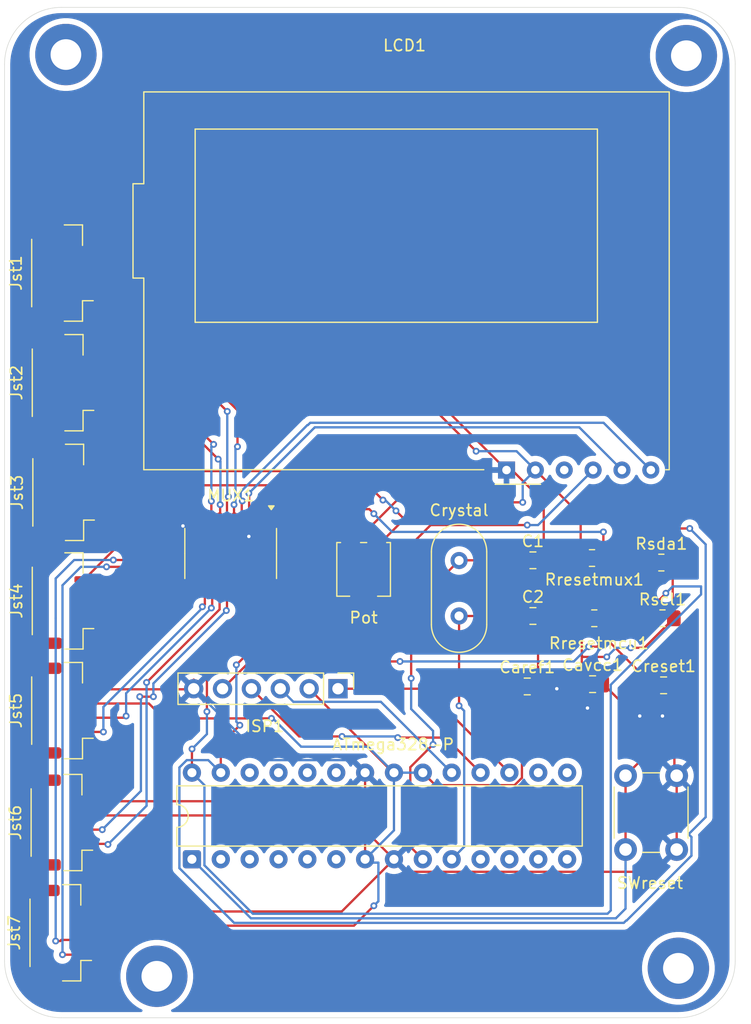
<source format=kicad_pcb>
(kicad_pcb (version 20241229) (generator "pcbnew") (generator_version "9.0")
  (layers (0 "F.Cu" signal) (2 "B.Cu" signal) (13 "F.Paste" user) (15 "B.Paste" user) (5 "F.SilkS" user "F.Silkscreen") (7 "B.SilkS" user "B.Silkscreen") (1 "F.Mask" user) (3 "B.Mask" user) (25 "Edge.Cuts" user))
  (net 0 "")
  (net 1 "Net-(U1-XTAL1{slash}PB6)")
  (net 2 "GND")
  (net 3 "Net-(U1-XTAL2{slash}PB7)")
  (net 4 "+5V")
  (net 5 "/RST")
  (net 6 "/MOSI")
  (net 7 "/MISO")
  (net 8 "/SCK")
  (net 9 "/SC0")
  (net 10 "/SD0")
  (net 11 "/SD1")
  (net 12 "/SC1")
  (net 13 "/SC2")
  (net 14 "/SD2")
  (net 15 "/SC3")
  (net 16 "/SD3")
  (net 17 "/SD4")
  (net 18 "/SC4")
  (net 19 "/SC5")
  (net 20 "/SD5")
  (net 21 "/SD6")
  (net 22 "/SC6")
  (net 23 "/SC7")
  (net 24 "/SD7")
  (net 25 "/SDA")
  (net 26 "/SCL")
  (net 27 "Net-(MUX1-~{RESET})")
  (net 44 "Net-(LCD1-V0)")
  (footprint "Capacitor_SMD:C_0805_2012Metric" (layer "F.Cu") (at 130.4 100.2)
    (property "Reference" "Creset1")
    (property "Value" "0.1u")
  )
  (footprint "Button_Switch_THT:SW_PUSH_6mm" (layer "F.Cu") (at 127.05 114.65 90)
    (property "Reference" "SWreset")
    (property "Value" "SW_Push" (hide yes))
  )
  (footprint "Capacitor_SMD:C_0805_2012Metric" (layer "F.Cu") (at 118.9 89.2)
    (property "Reference" "C1")
    (property "Value" "22p")
  )
  (footprint "Resistor_SMD:R_0805_2012Metric_Pad1.20x1.40mm_HandSolder" (layer "F.Cu") (at 124.1 89)
    (property "Reference" "Rresetmux1")
    (property "Value" "10k")
  )
  (footprint "MountingHole:MountingHole_2.7mm_Pad" (layer "F.Cu") (at 131.7 125.1)
    (property "Reference" "H3" (hide yes))
    (property "Value" "MountingHole" (hide yes))
  )
  (footprint "MountingHole:MountingHole_2.7mm_Pad" (layer "F.Cu") (at 132.4 44.8)
    (property "Reference" "H4" (hide yes))
    (property "Value" "MountingHole" (hide yes))
  )
  (footprint "Connector_PinHeader_2.54mm:PinHeader_1x06_P2.54mm_Vertical" (layer "F.Cu") (at 101.745 100.5 -90)
    (property "Reference" "ISP1")
    (property "Value" "AVR-ISP-6" (hide yes))
  )
  (footprint "Resistor_SMD:R_0805_2012Metric_Pad1.20x1.40mm_HandSolder" (layer "F.Cu") (at 130.3 94.3)
    (property "Reference" "Rscl1")
    (property "Value" "4.7k")
  )
  (footprint "Potentiometer_SMD:Potentiometer_Bourns_3314J_Vertical" (layer "F.Cu") (at 104 90)
    (property "Reference" "RV1" (hide yes))
    (property "Value" "Pot")
  )
  (footprint "MountingHole:MountingHole_2.7mm_Pad" (layer "F.Cu") (at 85.8 125.8)
    (property "Reference" "H1" (hide yes))
    (property "Value" "MountingHole" (hide yes))
  )
  (footprint "Connector_JST:JST_GH_BM04B-GHS-TBT_1x04-1MP_P1.25mm_Vertical" (layer "F.Cu") (at 77.4 102.425 90)
    (property "Reference" "Jst5")
    (property "Value" "SM04B-SRSS-TB" (hide yes))
  )
  (footprint "Capacitor_SMD:C_0805_2012Metric" (layer "F.Cu") (at 124.15 100.1)
    (property "Reference" "Cavcc1")
    (property "Value" "0.1u")
  )
  (footprint "Connector_JST:JST_GH_BM04B-GHS-TBT_1x04-1MP_P1.25mm_Vertical" (layer "F.Cu") (at 77.4 63.925 90)
    (property "Reference" "Jst1")
    (property "Value" "SM04B-SRSS-TB" (hide yes))
  )
  (footprint "MountingHole:MountingHole_2.7mm_Pad" (layer "F.Cu") (at 77.8 44.7)
    (property "Reference" "H2" (hide yes))
    (property "Value" "MountingHole" (hide yes))
  )
  (footprint "Crystal:Crystal_HC49-4H_Vertical" (layer "F.Cu") (at 112.4 89.22 -90)
    (property "Reference" "Crystal")
    (property "Value" "Y1" (hide yes))
  )
  (footprint "Resistor_SMD:R_0805_2012Metric_Pad1.20x1.40mm_HandSolder" (layer "F.Cu") (at 130.2 89.4)
    (property "Reference" "Rsda1")
    (property "Value" "4.7k")
  )
  (footprint "Connector_JST:JST_GH_BM04B-GHS-TBT_1x04-1MP_P1.25mm_Vertical" (layer "F.Cu") (at 77.45 73.575 90)
    (property "Reference" "Jst2")
    (property "Value" "SM04B-SRSS-TB" (hide yes))
  )
  (footprint "Package_DIP:DIP-28_W7.62mm" (layer "F.Cu") (at 88.89 115.505 90)
    (property "Reference" "U1" (hide yes))
    (property "Value" "ATmega328-P")
  )
  (footprint "Display:EA_T123X-I2C" (layer "F.Cu") (at 116.575 81.2575 90)
    (property "Reference" "LCD1")
    (property "Value" "EA_T123X-I2C" (hide yes))
  )
  (footprint "Resistor_SMD:R_0805_2012Metric_Pad1.20x1.40mm_HandSolder" (layer "F.Cu") (at 124.3 94.3)
    (property "Reference" "Rresetmcu1")
    (property "Value" "10k")
  )
  (footprint "Package_SO:TSSOP-24_4.4x7.8mm_P0.65mm" (layer "F.Cu") (at 92.3 88.6 -90)
    (property "Reference" "MUX1")
    (property "Value" "TCA9548APWR" (hide yes))
  )
  (footprint "Connector_JST:JST_GH_BM04B-GHS-TBT_1x04-1MP_P1.25mm_Vertical" (layer "F.Cu") (at 77.45 92.775 90)
    (property "Reference" "Jst4")
    (property "Value" "SM04B-SRSS-TB" (hide yes))
  )
  (footprint "Connector_JST:JST_GH_BM04B-GHS-TBT_1x04-1MP_P1.25mm_Vertical" (layer "F.Cu") (at 77.25 121.975 90)
    (property "Reference" "Jst7")
    (property "Value" "SM04B-SRSS-TB" (hide yes))
  )
  (footprint "Capacitor_SMD:C_0805_2012Metric" (layer "F.Cu") (at 118.9 94.1)
    (property "Reference" "C2")
    (property "Value" "22p")
  )
  (footprint "Capacitor_SMD:C_0805_2012Metric" (layer "F.Cu") (at 118.4 100.3)
    (property "Reference" "Caref1")
    (property "Value" "10n")
  )
  (footprint "Connector_JST:JST_GH_BM04B-GHS-TBT_1x04-1MP_P1.25mm_Vertical" (layer "F.Cu") (at 77.5 83.225 90)
    (property "Reference" "Jst3")
    (property "Value" "SM04B-SRSS-TB" (hide yes))
  )
  (footprint "Connector_JST:JST_GH_BM04B-GHS-TBT_1x04-1MP_P1.25mm_Vertical" (layer "F.Cu") (at 77.35 112.275 90)
    (property "Reference" "Jst6")
    (property "Value" "SM04B-SRSS-TB" (hide yes))
  )
  (gr_line (start 77.4 40.55) (end 131.7 40.55) (stroke (width 0.05)) (layer "Edge.Cuts"))
  (gr_line (start 136.7 45.55) (end 136.7 124.45) (stroke (width 0.05)) (layer "Edge.Cuts"))
  (gr_arc (start 72.4 45.55) (mid 73.864466 42.014466) (end 77.4 40.55) (stroke (width 0.05)) (layer "Edge.Cuts"))
  (gr_arc (start 136.7 124.45) (mid 135.235534 127.985534) (end 131.7 129.45) (stroke (width 0.05)) (layer "Edge.Cuts"))
  (gr_line (start 72.4 124.45) (end 72.4 45.55) (stroke (width 0.05)) (layer "Edge.Cuts"))
  (gr_arc (start 77.4 129.45) (mid 73.864466 127.985534) (end 72.4 124.45) (stroke (width 0.05)) (layer "Edge.Cuts"))
  (gr_arc (start 131.7 40.55) (mid 135.235534 42.014466) (end 136.7 45.55) (stroke (width 0.05)) (layer "Edge.Cuts"))
  (gr_line (start 131.7 129.45) (end 77.4 129.45) (stroke (width 0.05)) (layer "Edge.Cuts"))
  (segment (start 108.109 107.404528) (end 108.109 114.404) (width 0.2) (layer "F.Cu") (net 1))
  (segment (start 108.184487 93.435513) (end 108.184487 99.584487) (width 0.2) (layer "F.Cu") (net 1))
  (segment (start 108.109 114.404) (end 109.21 115.505) (width 0.2) (layer "F.Cu") (net 1))
  (segment (start 110.113528 105.4) (end 108.109 107.404528) (width 0.2) (layer "F.Cu") (net 1))
  (segment (start 112.42 89.2) (end 112.4 89.22) (width 0.2) (layer "F.Cu") (net 1))
  (segment (start 117.95 89.2) (end 112.42 89.2) (width 0.2) (layer "F.Cu") (net 1))
  (segment (start 112.4 89.22) (end 108.184487 93.435513) (width 0.2) (layer "F.Cu") (net 1))
  (via (at 108.184487 99.584487) (size 0.6) (drill 0.3) (layers "F.Cu" "B.Cu") (net 1))
  (via (at 110.113528 105.4) (size 0.6) (drill 0.3) (layers "F.Cu" "B.Cu") (net 1))
  (segment (start 110.113528 104.213528) (end 110.113528 105.4) (width 0.2) (layer "B.Cu") (net 1))
  (segment (start 109.7 103.8) (end 110.113528 104.213528) (width 0.2) (layer "B.Cu") (net 1))
  (segment (start 108.184487 99.584487) (end 108.184487 102.284487) (width 0.2) (layer "B.Cu") (net 1))
  (segment (start 108.184487 102.284487) (end 109.7 103.8) (width 0.2) (layer "B.Cu") (net 1))
  (segment (start 120.8 100.3) (end 121 100.5) (width 0.2) (layer "F.Cu") (net 2))
  (segment (start 131.55 107.45) (end 131.35 107.25) (width 0.2) (layer "F.Cu") (net 2))
  (segment (start 95.05 87.1) (end 95.225 86.925) (width 0.2) (layer "F.Cu") (net 2))
  (segment (start 129.594 116.606) (end 107.771 116.606) (width 0.2) (layer "F.Cu") (net 2))
  (segment (start 78.550001 71.7) (end 78.249 72.001001) (width 0.2) (layer "F.Cu") (net 2))
  (segment (start 96.515065 88.215065) (end 96.73013 88) (width 0.2) (layer "F.Cu") (net 2))
  (segment (start 105.65 81.35) (end 107.575 83.275) (width 0.2) (layer "F.Cu") (net 2))
  (segment (start 107.575 83.275) (end 109.5925 81.2575) (width 0.2) (layer "F.Cu") (net 2))
  (segment (start 102.075 120.1) (end 106.67 115.505) (width 0.2) (layer "F.Cu") (net 2))
  (segment (start 79.35 100.55) (end 88.995 100.55) (width 0.2) (layer "F.Cu") (net 2))
  (segment (start 119.35 100.3) (end 119.35 94.6) (width 0.2) (layer "F.Cu") (net 2))
  (segment (start 95.8 87.5) (end 95.225 86.925) (width 0.2) (layer "F.Cu") (net 2))
  (segment (start 123.7 102.2) (end 123.7 101.5) (width 0.2) (layer "F.Cu") (net 2))
  (segment (start 119.85 89.2) (end 119.85 94.1) (width 0.2) (layer "F.Cu") (net 2))
  (segment (start 78.249 72.001001) (end 78.249 80.149) (width 0.2) (layer "F.Cu") (net 2))
  (segment (start 79.2 120.1) (end 102.075 120.1) (width 0.2) (layer "F.Cu") (net 2))
  (segment (start 93.925 90.80513) (end 96.515065 88.215065) (width 0.2) (layer "F.Cu") (net 2))
  (segment (start 93.925 91.4625) (end 93.925 90.80513) (width 0.2) (layer "F.Cu") (net 2))
  (segment (start 79.4 90.9) (end 82.8 87.5) (width 0.2) (layer "F.Cu") (net 2))
  (segment (start 119.35 94.6) (end 119.85 94.1) (width 0.2) (layer "F.Cu") (net 2))
  (segment (start 79.35 62.05) (end 97.3675 62.05) (width 0.2) (layer "F.Cu") (net 2))
  (segment (start 95.875 87.14487) (end 95.875 85.7375) (width 0.2) (layer "F.Cu") (net 2))
  (segment (start 131.55 114.65) (end 129.594 116.606) (width 0.2) (layer "F.Cu") (net 2))
  (segment (start 88.995 100.55) (end 89.045 100.5) (width 0.2) (layer "F.Cu") (net 2))
  (segment (start 88.725 85.7375) (end 88.5385 85.7375) (width 0.2) (layer "F.Cu") (net 2))
  (segment (start 131.55 108.15) (end 131.55 107.45) (width 0.2) (layer "F.Cu") (net 2))
  (segment (start 93.9 87.1) (end 95.05 87.1) (width 0.2) (layer "F.Cu") (net 2))
  (segment (start 89.045 99.695001) (end 89.045 100.5) (width 0.2) (layer "F.Cu") (net 2))
  (segment (start 116.575 81.2575) (end 117.0575 81.2575) (width 0.2) (layer "F.Cu") (net 2))
  (segment (start 104.13 110.4) (end 104.13 112.965) (width 0.2) (layer "F.Cu") (net 2))
  (segment (start 102.85 88) (end 107.575 83.275) (width 0.2) (layer "F.Cu") (net 2))
  (segment (start 79.4 71.7) (end 78.550001 71.7) (width 0.2) (layer "F.Cu") (net 2))
  (segment (start 107.771 116.606) (end 106.67 115.505) (width 0.2) (layer "F.Cu") (net 2))
  (segment (start 131.35 102.1) (end 131.35 100.2) (width 0.2) (layer "F.Cu") (net 2))
  (segment (start 131.55 108.15) (end 131.55 114.65) (width 0.2) (layer "F.Cu") (net 2))
  (segment (start 96.73013 88) (end 95.875 87.14487) (width 0.2) (layer "F.Cu") (net 2))
  (segment (start 78.249 80.149) (end 79.45 81.35) (width 0.2) (layer "F.Cu") (net 2))
  (segment (start 119.35 100.3) (end 120.8 100.3) (width 0.2) (layer "F.Cu") (net 2))
  (segment (start 131.1 102.1) (end 131.35 102.1) (width 0.2) (layer "F.Cu") (net 2))
  (segment (start 109.5925 81.2575) (end 116.575 81.2575) (width 0.2) (layer "F.Cu") (net 2))
  (segment (start 125.1 100.1) (end 127.9 102.9) (width 0.2) (layer "F.Cu") (net 2))
  (segment (start 88.5385 85.7375) (end 88.1 86.176) (width 0.2) (layer "F.Cu") (net 2))
  (segment (start 104.13 107.885) (end 104.13 110.4) (width 0.2) (layer "F.Cu") (net 2))
  (segment (start 97.3675 62.05) (end 116.575 81.2575) (width 0.2) (layer "F.Cu") (net 2))
  (segment (start 119.85 84.05) (end 119.85 89.2) (width 0.2) (layer "F.Cu") (net 2))
  (segment (start 79.45 81.35) (end 105.65 81.35) (width 0.2) (layer "F.Cu") (net 2))
  (segment (start 130.3 102.9) (end 131.1 102.1) (width 0.2) (layer "F.Cu") (net 2))
  (segment (start 95.225 86.925) (end 95.225 85.7375) (width 0.2) (layer "F.Cu") (net 2))
  (segment (start 123.7 101.5) (end 125.1 100.1) (width 0.2) (layer "F.Cu") (net 2))
  (segment (start 131.35 107.25) (end 131.35 102.1) (width 0.2) (layer "F.Cu") (net 2))
  (segment (start 104.13 112.965) (end 106.67 115.505) (width 0.2) (layer "F.Cu") (net 2))
  (segment (start 127.9 102.9) (end 128.3 102.9) (width 0.2) (layer "F.Cu") (net 2))
  (segment (start 79.3 110.4) (end 104.13 110.4) (width 0.2) (layer "F.Cu") (net 2))
  (segment (start 96.73013 88) (end 102.85 88) (width 0.2) (layer "F.Cu") (net 2))
  (segment (start 82.8 87.5) (end 95.8 87.5) (width 0.2) (layer "F.Cu") (net 2))
  (segment (start 96.515065 88.215065) (end 95.8 87.5) (width 0.2) (layer "F.Cu") (net 2))
  (segment (start 117.0575 81.2575) (end 119.85 84.05) (width 0.2) (layer "F.Cu") (net 2))
  (via (at 121 100.5) (size 0.6) (drill 0.3) (layers "F.Cu" "B.Cu") (net 2))
  (via (at 123.7 102.2) (size 0.6) (drill 0.3) (layers "F.Cu" "B.Cu") (net 2))
  (via (at 128.3 102.9) (size 0.6) (drill 0.3) (layers "F.Cu" "B.Cu") (net 2))
  (via (at 88.1 86.176) (size 0.6) (drill 0.3) (layers "F.Cu" "B.Cu") (net 2))
  (via (at 93.9 87.1) (size 0.6) (drill 0.3) (layers "F.Cu" "B.Cu") (net 2))
  (via (at 130.3 102.9) (size 0.6) (drill 0.3) (layers "F.Cu" "B.Cu") (net 2))
  (segment (start 128.3 102.9) (end 130.3 102.9) (width 0.2) (layer "B.Cu") (net 2))
  (segment (start 103.029 106.784) (end 95.329 106.784) (width 0.2) (layer "B.Cu") (net 2))
  (segment (start 88.1 86.176) (end 89.024 87.1) (width 0.2) (layer "B.Cu") (net 2))
  (segment (start 121 100.5) (end 122.7 102.2) (width 0.2) (layer "B.Cu") (net 2))
  (segment (start 122.7 102.2) (end 123.7 102.2) (width 0.2) (layer "B.Cu") (net 2))
  (segment (start 95.329 106.784) (end 89.045 100.5) (width 0.2) (layer "B.Cu") (net 2))
  (segment (start 104.13 107.885) (end 103.029 106.784) (width 0.2) (layer "B.Cu") (net 2))
  (segment (start 89.024 87.1) (end 93.9 87.1) (width 0.2) (layer "B.Cu") (net 2))
  (segment (start 112.4 94.1) (end 112.4 102) (width 0.2) (layer "F.Cu") (net 3))
  (segment (start 117.95 94.1) (end 112.4 94.1) (width 0.2) (layer "F.Cu") (net 3))
  (via (at 112.4 102) (size 0.6) (drill 0.3) (layers "F.Cu" "B.Cu") (net 3))
  (segment (start 112.851 114.404) (end 111.75 115.505) (width 0.2) (layer "B.Cu") (net 3))
  (segment (start 112.851 102.451) (end 112.851 114.404) (width 0.2) (layer "B.Cu") (net 3))
  (segment (start 112.4 102) (end 112.851 102.451) (width 0.2) (layer "B.Cu") (net 3))
  (segment (start 78.199 101.498999) (end 78.500001 101.8) (width 0.2) (layer "F.Cu") (net 4))
  (segment (start 119.115 81.2575) (end 123.1 85.2425) (width 0.2) (layer "F.Cu") (net 4))
  (segment (start 131.3 94.3) (end 128.7 96.9) (width 0.2) (layer "F.Cu") (net 4))
  (segment (start 117.931 108.34105) (end 117.28605 108.986) (width 0.2) (layer "F.Cu") (net 4))
  (segment (start 110.311 108.986) (end 109.21 107.885) (width 0.2) (layer "F.Cu") (net 4))
  (segment (start 125.4 97.7) (end 123.3 97.7) (width 0.2) (layer "F.Cu") (net 4))
  (segment (start 117.28605 108.986) (end 110.311 108.986) (width 0.2) (layer "F.Cu") (net 4))
  (segment (start 86.411765 103.111765) (end 95.888235 103.111765) (width 0.2) (layer "F.Cu") (net 4))
  (segment (start 123.1 94) (end 123.1 89) (width 0.2) (layer "F.Cu") (net 4))
  (segment (start 121.974 101.326) (end 118.476 101.326) (width 0.2) (layer "F.Cu") (net 4))
  (segment (start 117.931 100.781) (end 117.931 108.34105) (width 0.2) (layer "F.Cu") (net 4))
  (segment (start 85.1 101.8) (end 85.8 102.5) (width 0.2) (layer "F.Cu") (net 4))
  (segment (start 77.798 65.739968) (end 77.798 64.002001) (width 0.2) (layer "F.Cu") (net 4))
  (segment (start 123.2 100.1) (end 121.974 101.326) (width 0.2) (layer "F.Cu") (net 4))
  (segment (start 80.551 68.492968) (end 77.798 65.739968) (width 0.2) (layer "F.Cu") (net 4))
  (segment (start 101.6875 91.4625) (end 105.15 88) (width 0.2) (layer "F.Cu") (net 4))
  (segment (start 80.551 72.040968) (end 80.551 68.492968) (width 0.2) (layer "F.Cu") (net 4))
  (segment (start 79.35 101.8) (end 85.1 101.8) (width 0.2) (layer "F.Cu") (net 4))
  (segment (start 95.875 91.4625) (end 101.6875 91.4625) (width 0.2) (layer "F.Cu") (net 4))
  (segment (start 106.849265 84.849265) (end 107.425 85.425) (width 0.2) (layer "F.Cu") (net 4))
  (segment (start 79.4 72.95) (end 79.641968 72.95) (width 0.2) (layer "F.Cu") (net 4))
  (segment (start 99.205 100.5) (end 106.59 107.885) (width 0.2) (layer "F.Cu") (net 4))
  (segment (start 107.425 85.425) (end 107.425 85.725) (width 0.2) (layer "F.Cu") (net 4))
  (segment (start 79.2 121.35) (end 103.15 121.35) (width 0.2) (layer "F.Cu") (net 4))
  (segment (start 79.641968 72.95) (end 80.551 72.040968) (width 0.2) (layer "F.Cu") (net 4))
  (segment (start 78.500001 63.3) (end 79.35 63.3) (width 0.2) (layer "F.Cu") (net 4))
  (segment (start 123.1 85.2425) (end 123.1 89) (width 0.2) (layer "F.Cu") (net 4))
  (segment (start 109.05 84.1) (end 118 84.1) (width 0.2) (layer "F.Cu") (net 4))
  (segment (start 78.500001 101.8) (end 79.35 101.8) (width 0.2) (layer "F.Cu") (net 4))
  (segment (start 77.798 64.002001) (end 78.500001 63.3) (width 0.2) (layer "F.Cu") (net 4))
  (segment (start 105.15 88) (end 107.425 85.725) (width 0.2) (layer "F.Cu") (net 4))
  (segment (start 104.4 82.6) (end 105.7 83.9) (width 0.2) (layer "F.Cu") (net 4))
  (segment (start 79.4 92.15) (end 78.550001 92.15) (width 0.2) (layer "F.Cu") (net 4))
  (segment (start 123.2 94.4) (end 123.3 94.3) (width 0.2) (layer "F.Cu") (net 4))
  (segment (start 78.199 92.501001) (end 78.199 101.498999) (width 0.2) (layer "F.Cu") (net 4))
  (segment (start 131.2 94.2) (end 131.3 94.3) (width 0.2) (layer "F.Cu") (net 4))
  (segment (start 97.6 63.3) (end 113.9 79.6) (width 0.2) (layer "F.Cu") (net 4))
  (segment (start 123.3 94.2) (end 123.1 94) (width 0.2) (layer "F.Cu") (net 4))
  (segment (start 101.75 111.65) (end 104.13 114.03) (width 0.2) (layer "F.Cu") (net 4))
  (segment (start 78.550001 92.15) (end 78.199 92.501001) (width 0.2) (layer "F.Cu") (net 4))
  (segment (start 79.35 63.3) (end 97.6 63.3) (width 0.2) (layer "F.Cu") (net 4))
  (segment (start 123.2 97.6) (end 123.2 94.4) (width 0.2) (layer "F.Cu") (net 4))
  (segment (start 85.8 102.5) (end 86.411765 103.111765) (width 0.2) (layer "F.Cu") (net 4))
  (segment (start 104.13 114.03) (end 104.13 115.505) (width 0.2) (layer "F.Cu") (net 4))
  (segment (start 107.425 85.725) (end 109.05 84.1) (width 0.2) (layer "F.Cu") (net 4))
  (segment (start 118.476 101.326) (end 117.45 100.3) (width 0.2) (layer "F.Cu") (net 4))
  (segment (start 123.3 94.3) (end 123.3 94.2) (width 0.2) (layer "F.Cu") (net 4))
  (segment (start 123.3 97.7) (end 123.2 97.6) (width 0.2) (layer "F.Cu") (net 4))
  (segment (start 103.15 121.35) (end 104.9 119.6) (width 0.2) (layer "F.Cu") (net 4))
  (segment (start 79.3 111.65) (end 101.75 111.65) (width 0.2) (layer "F.Cu") (net 4))
  (segment (start 131.2 89.4) (end 131.2 94.2) (width 0.2) (layer "F.Cu") (net 4))
  (segment (start 128.7 96.9) (end 127.5 96.9) (width 0.2) (layer "F.Cu") (net 4))
  (segment (start 106.59 107.885) (end 106.67 107.885) (width 0.2) (layer "F.Cu") (net 4))
  (segment (start 79.45 82.6) (end 104.4 82.6) (width 0.2) (layer "F.Cu") (net 4))
  (segment (start 123.2 100.1) (end 123.2 97.6) (width 0.2) (layer "F.Cu") (net 4))
  (segment (start 117.45 100.3) (end 117.931 100.781) (width 0.2) (layer "F.Cu") (net 4))
  (via (at 118 84.1) (size 0.6) (drill 0.3) (layers "F.Cu" "B.Cu") (net 4))
  (via (at 127.5 96.9) (size 0.6) (drill 0.3) (layers "F.Cu" "B.Cu") (net 4))
  (via (at 106.849265 84.849265) (size 0.6) (drill 0.3) (layers "F.Cu" "B.Cu") (net 4))
  (via (at 113.9 79.6) (size 0.6) (drill 0.3) (layers "F.Cu" "B.Cu") (net 4))
  (via (at 125.4 97.7) (size 0.6) (drill 0.3) (layers "F.Cu" "B.Cu") (net 4))
  (via (at 105.7 83.9) (size 0.6) (drill 0.3) (layers "F.Cu" "B.Cu") (net 4))
  (via (at 95.888235 103.111765) (size 0.6) (drill 0.3) (layers "F.Cu" "B.Cu") (net 4))
  (via (at 104.9 119.6) (size 0.6) (drill 0.3) (layers "F.Cu" "B.Cu") (net 4))
  (segment (start 104.9 119.6) (end 105.3 119.2) (width 0.2) (layer "B.Cu") (net 4))
  (segment (start 127.5 96.9) (end 126.2 96.9) (width 0.2) (layer "B.Cu") (net 4))
  (segment (start 105.3 119.2) (end 105.3 115.8) (width 0.2) (layer "B.Cu") (net 4))
  (segment (start 126.2 96.9) (end 125.4 97.7) (width 0.2) (layer "B.Cu") (net 4))
  (segment (start 118 82.3725) (end 119.115 81.2575) (width 0.2) (layer "B.Cu") (net 4))
  (segment (start 95.888235 103.111765) (end 96.011765 103.111765) (width 0.2) (layer "B.Cu") (net 4))
  (segment (start 104.425 115.8) (end 104.13 115.505) (width 0.2) (layer "B.Cu") (net 4))
  (segment (start 118 84.1) (end 118 82.3725) (width 0.2) (layer "B.Cu") (net 4))
  (segment (start 106.67 112.965) (end 104.13 115.505) (width 0.2) (layer "B.Cu") (net 4))
  (segment (start 105.3 115.8) (end 104.425 115.8) (width 0.2) (layer "B.Cu") (net 4))
  (segment (start 104.385 105.6) (end 106.67 107.885) (width 0.2) (layer "B.Cu") (net 4))
  (segment (start 98.5 105.6) (end 104.385 105.6) (width 0.2) (layer "B.Cu") (net 4))
  (segment (start 117.4575 79.6) (end 119.115 81.2575) (width 0.2) (layer "B.Cu") (net 4))
  (segment (start 105.9 83.9) (end 106.849265 84.849265) (width 0.2) (layer "B.Cu") (net 4))
  (segment (start 105.7 83.9) (end 105.9 83.9) (width 0.2) (layer "B.Cu") (net 4))
  (segment (start 106.67 107.885) (end 106.67 112.965) (width 0.2) (layer "B.Cu") (net 4))
  (segment (start 96.011765 103.111765) (end 98.5 105.6) (width 0.2) (layer "B.Cu") (net 4))
  (segment (start 113.9 79.6) (end 117.4575 79.6) (width 0.2) (layer "B.Cu") (net 4))
  (segment (start 106.67 107.885) (end 109.21 107.885) (width 0.2) (layer "B.Cu") (net 4))
  (segment (start 93.985 98.1) (end 107.2 98.1) (width 0.2) (layer "F.Cu") (net 5))
  (segment (start 124.55 96.8) (end 125.3 96.05) (width 0.2) (layer "F.Cu") (net 5))
  (segment (start 129.45 105.75) (end 129.45 100.2) (width 0.2) (layer "F.Cu") (net 5))
  (segment (start 123.8 96.8) (end 124.55 96.8) (width 0.2) (layer "F.Cu") (net 5))
  (segment (start 127.05 108.15) (end 129.45 105.75) (width 0.2) (layer "F.Cu") (net 5))
  (segment (start 125.3 94.3) (end 125.3 96.05) (width 0.2) (layer "F.Cu") (net 5))
  (segment (start 125.3 96.05) (end 129.45 100.2) (width 0.2) (layer "F.Cu") (net 5))
  (segment (start 127.05 108.15) (end 127.05 114.65) (width 0.2) (layer "F.Cu") (net 5))
  (segment (start 91.585 100.5) (end 93.985 98.1) (width 0.2) (layer "F.Cu") (net 5))
  (via (at 107.2 98.1) (size 0.6) (drill 0.3) (layers "F.Cu" "B.Cu") (net 5))
  (via (at 123.8 96.8) (size 0.6) (drill 0.3) (layers "F.Cu" "B.Cu") (net 5))
  (segment (start 94.085 120.7) (end 126.2 120.7) (width 0.2) (layer "B.Cu") (net 5))
  (segment (start 122.5 98.1) (end 123.8 96.8) (width 0.2) (layer "B.Cu") (net 5))
  (segment (start 107.2 98.1) (end 122.5 98.1) (width 0.2) (layer "B.Cu") (net 5))
  (segment (start 88.89 115.505) (end 94.085 120.7) (width 0.2) (layer "B.Cu") (net 5))
  (segment (start 127.05 119.85) (end 127.05 114.65) (width 0.2) (layer "B.Cu") (net 5))
  (segment (start 126.2 120.7) (end 127.05 119.85) (width 0.2) (layer "B.Cu") (net 5))
  (segment (start 109.445 100.5) (end 116.83 107.885) (width 0.2) (layer "F.Cu") (net 6))
  (segment (start 101.745 100.5) (end 109.445 100.5) (width 0.2) (layer "F.Cu") (net 6))
  (segment (start 107 104.8) (end 111.205 104.8) (width 0.2) (layer "F.Cu") (net 7))
  (segment (start 111.205 104.8) (end 114.29 107.885) (width 0.2) (layer "F.Cu") (net 7))
  (segment (start 94.125 100.5) (end 98.325 104.7) (width 0.2) (layer "F.Cu") (net 7))
  (segment (start 98.325 104.7) (end 102.1 104.7) (width 0.2) (layer "F.Cu") (net 7))
  (via (at 107 104.8) (size 0.6) (drill 0.3) (layers "F.Cu" "B.Cu") (net 7))
  (via (at 102.1 104.7) (size 0.6) (drill 0.3) (layers "F.Cu" "B.Cu") (net 7))
  (segment (start 102.1 104.7) (end 106.9 104.7) (width 0.2) (layer "B.Cu") (net 7))
  (segment (start 106.9 104.7) (end 107 104.8) (width 0.2) (layer "B.Cu") (net 7))
  (segment (start 111.75 107.885) (end 105.516 101.651) (width 0.2) (layer "B.Cu") (net 8))
  (segment (start 105.516 101.651) (end 97.816 101.651) (width 0.2) (layer "B.Cu") (net 8))
  (segment (start 97.816 101.651) (end 96.665 100.5) (width 0.2) (layer "B.Cu") (net 8))
  (segment (start 93.325 83.979102) (end 93.275 84.029102) (width 0.2) (layer "F.Cu") (net 9))
  (segment (start 93.275 84.029102) (end 93.275 85.7375) (width 0.2) (layer "F.Cu") (net 9))
  (via (at 93.325 83.979102) (size 0.6) (drill 0.3) (layers "F.Cu" "B.Cu") (net 9))
  (segment (start 93.325 83.979102) (end 93.184456 83.838558) (width 0.2) (layer "B.Cu") (net 9))
  (segment (start 99.050057 77.3) (end 99.1 77.3) (width 0.2) (layer "B.Cu") (net 9))
  (segment (start 93.184456 83.165601) (end 99.050057 77.3) (width 0.2) (layer "B.Cu") (net 9))
  (segment (start 99.1 77.3) (end 99.301 77.099) (width 0.2) (layer "B.Cu") (net 9))
  (segment (start 125.1165 77.099) (end 129.275 81.2575) (width 0.2) (layer "B.Cu") (net 9))
  (segment (start 93.184456 83.838558) (end 93.184456 83.165601) (width 0.2) (layer "B.Cu") (net 9))
  (segment (start 99.301 77.099) (end 125.1165 77.099) (width 0.2) (layer "B.Cu") (net 9))
  (segment (start 93.9 83.3) (end 93.925 83.325) (width 0.2) (layer "F.Cu") (net 10))
  (segment (start 93.925 83.325) (end 93.925 85.7375) (width 0.2) (layer "F.Cu") (net 10))
  (via (at 93.9 83.3) (size 0.6) (drill 0.3) (layers "F.Cu" "B.Cu") (net 10))
  (segment (start 99.7 77.5) (end 93.9 83.3) (width 0.2) (layer "B.Cu") (net 10))
  (segment (start 122.9775 77.5) (end 99.7 77.5) (width 0.2) (layer "B.Cu") (net 10))
  (segment (start 126.735 81.2575) (end 122.9775 77.5) (width 0.2) (layer "B.Cu") (net 10))
  (segment (start 79.108032 65.8) (end 78.199 64.890968) (width 0.2) (layer "F.Cu") (net 11))
  (segment (start 78.199 64.209032) (end 78.459032 63.949) (width 0.2) (layer "F.Cu") (net 11))
  (segment (start 80.849 63.949) (end 92.9 76) (width 0.2) (layer "F.Cu") (net 11))
  (segment (start 92.593454 84.302898) (end 92.593454 85.705954) (width 0.2) (layer "F.Cu") (net 11))
  (segment (start 78.199 64.890968) (end 78.199 64.209032) (width 0.2) (layer "F.Cu") (net 11))
  (segment (start 92.9 76) (end 92.9 79.2) (width 0.2) (layer "F.Cu") (net 11))
  (segment (start 92.593454 85.705954) (end 92.625 85.7375) (width 0.2) (layer "F.Cu") (net 11))
  (segment (start 78.459032 63.949) (end 80.849 63.949) (width 0.2) (layer "F.Cu") (net 11))
  (segment (start 79.35 65.8) (end 79.108032 65.8) (width 0.2) (layer "F.Cu") (net 11))
  (via (at 92.593454 84.302898) (size 0.6) (drill 0.3) (layers "F.Cu" "B.Cu") (net 11))
  (via (at 92.9 79.2) (size 0.6) (drill 0.3) (layers "F.Cu" "B.Cu") (net 11))
  (segment (start 92.724 79.376) (end 92.724 84.172352) (width 0.2) (layer "B.Cu") (net 11))
  (segment (start 92.9 79.2) (end 92.724 79.376) (width 0.2) (layer "B.Cu") (net 11))
  (segment (start 92.724 84.172352) (end 92.593454 84.302898) (width 0.2) (layer "B.Cu") (net 11))
  (segment (start 92.1 83.6) (end 91.975 83.725) (width 0.2) (layer "F.Cu") (net 12))
  (segment (start 91.975 83.725) (end 91.975 85.7375) (width 0.2) (layer "F.Cu") (net 12))
  (segment (start 80.45 64.55) (end 92 76.1) (width 0.2) (layer "F.Cu") (net 12))
  (segment (start 79.35 64.55) (end 80.45 64.55) (width 0.2) (layer "F.Cu") (net 12))
  (via (at 92.1 83.6) (size 0.6) (drill 0.3) (layers "F.Cu" "B.Cu") (net 12))
  (via (at 92 76.1) (size 0.6) (drill 0.3) (layers "F.Cu" "B.Cu") (net 12))
  (segment (start 92.1 83.6) (end 92 83.5) (width 0.2) (layer "B.Cu") (net 12))
  (segment (start 92 76.1) (end 92.1 76.2) (width 0.2) (layer "B.Cu") (net 12))
  (segment (start 92 83.5) (end 92 76.1) (width 0.2) (layer "B.Cu") (net 12))
  (segment (start 79.4 74.2) (end 86 74.2) (width 0.2) (layer "F.Cu") (net 13))
  (segment (start 86 74.2) (end 90.8 79) (width 0.2) (layer "F.Cu") (net 13))
  (segment (start 90.6 84) (end 90.6 85.6625) (width 0.2) (layer "F.Cu") (net 13))
  (segment (start 90.6 85.6625) (end 90.675 85.7375) (width 0.2) (layer "F.Cu") (net 13))
  (via (at 90.8 79) (size 0.6) (drill 0.3) (layers "F.Cu" "B.Cu") (net 13))
  (via (at 90.6 84) (size 0.6) (drill 0.3) (layers "F.Cu" "B.Cu") (net 13))
  (segment (start 90.8 79) (end 90.6 79.2) (width 0.2) (layer "B.Cu") (net 13))
  (segment (start 90.6 79.2) (end 90.6 84) (width 0.2) (layer "B.Cu") (net 13))
  (segment (start 91.375 85.6875) (end 91.325 85.7375) (width 0.2) (layer "F.Cu") (net 14))
  (segment (start 91.375 84.3) (end 91.375 85.6875) (width 0.2) (layer "F.Cu") (net 14))
  (segment (start 86.35 75.45) (end 91.2 80.3) (width 0.2) (layer "F.Cu") (net 14))
  (segment (start 79.4 75.45) (end 86.35 75.45) (width 0.2) (layer "F.Cu") (net 14))
  (via (at 91.375 84.3) (size 0.6) (drill 0.3) (layers "F.Cu" "B.Cu") (net 14))
  (via (at 91.2 80.3) (size 0.6) (drill 0.3) (layers "F.Cu" "B.Cu") (net 14))
  (segment (start 91.4 84.275) (end 91.375 84.3) (width 0.2) (layer "B.Cu") (net 14))
  (segment (start 91.4 81.1) (end 91.4 84.275) (width 0.2) (layer "B.Cu") (net 14))
  (segment (start 91.4 80.5) (end 91.4 81.1) (width 0.2) (layer "B.Cu") (net 14))
  (segment (start 91.2 80.3) (end 91.4 80.5) (width 0.2) (layer "B.Cu") (net 14))
  (segment (start 88.224999 83.85) (end 89.375 85.000001) (width 0.2) (layer "F.Cu") (net 15))
  (segment (start 89.375 85.000001) (end 89.375 85.7375) (width 0.2) (layer "F.Cu") (net 15))
  (segment (start 79.45 83.85) (end 88.224999 83.85) (width 0.2) (layer "F.Cu") (net 15))
  (segment (start 89.723999 86.776) (end 90.025 86.474999) (width 0.2) (layer "F.Cu") (net 16))
  (segment (start 79.45 85.1) (end 81.126 86.776) (width 0.2) (layer "F.Cu") (net 16))
  (segment (start 90.025 86.474999) (end 90.025 85.7375) (width 0.2) (layer "F.Cu") (net 16))
  (segment (start 81.126 86.776) (end 89.723999 86.776) (width 0.2) (layer "F.Cu") (net 16))
  (segment (start 85.5375 94.65) (end 88.725 91.4625) (width 0.2) (layer "F.Cu") (net 17))
  (segment (start 79.4 94.65) (end 85.5375 94.65) (width 0.2) (layer "F.Cu") (net 17))
  (segment (start 88.45613 90.424) (end 89.124 90.424) (width 0.2) (layer "F.Cu") (net 18))
  (segment (start 85.48013 93.4) (end 88.45613 90.424) (width 0.2) (layer "F.Cu") (net 18))
  (segment (start 89.124 90.424) (end 89.375 90.675) (width 0.2) (layer "F.Cu") (net 18))
  (segment (start 89.375 90.675) (end 89.375 91.4625) (width 0.2) (layer "F.Cu") (net 18))
  (segment (start 79.4 93.4) (end 85.48013 93.4) (width 0.2) (layer "F.Cu") (net 18))
  (segment (start 79.35 103.05) (end 82.95 103.05) (width 0.2) (layer "F.Cu") (net 19))
  (segment (start 82.95 103.05) (end 83.1 102.9) (width 0.2) (layer "F.Cu") (net 19))
  (segment (start 90.6 93.4) (end 90.675 93.325) (width 0.2) (layer "F.Cu") (net 19))
  (segment (start 90.675 93.325) (end 90.675 91.4625) (width 0.2) (layer "F.Cu") (net 19))
  (via (at 90.6 93.4) (size 0.6) (drill 0.3) (layers "F.Cu" "B.Cu") (net 19))
  (via (at 83.1 102.9) (size 0.6) (drill 0.3) (layers "F.Cu" "B.Cu") (net 19))
  (segment (start 83.1 100.9) (end 90.6 93.4) (width 0.2) (layer "B.Cu") (net 19))
  (segment (start 83.1 102.9) (end 83.1 100.9) (width 0.2) (layer "B.Cu") (net 19))
  (segment (start 90.025 93.069901) (end 90.025 91.4625) (width 0.2) (layer "F.Cu") (net 20))
  (segment (start 79.35 104.3) (end 81.1 104.3) (width 0.2) (layer "F.Cu") (net 20))
  (segment (start 89.808038 93.286863) (end 90.025 93.069901) (width 0.2) (layer "F.Cu") (net 20))
  (via (at 89.808038 93.286863) (size 0.6) (drill 0.3) (layers "F.Cu" "B.Cu") (net 20))
  (via (at 81.1 104.3) (size 0.6) (drill 0.3) (layers "F.Cu" "B.Cu") (net 20))
  (segment (start 81.1 102.1) (end 86.3 96.9) (width 0.2) (layer "B.Cu") (net 20))
  (segment (start 89.808038 93.391962) (end 89.808038 93.286863) (width 0.2) (layer "B.Cu") (net 20))
  (segment (start 81.1 104.3) (end 81.1 102.1) (width 0.2) (layer "B.Cu") (net 20))
  (segment (start 86.3 96.9) (end 89.808038 93.391962) (width 0.2) (layer "B.Cu") (net 20))
  (segment (start 91.325 91.4625) (end 91.325 93.523527) (width 0.2) (layer "F.Cu") (net 21))
  (segment (start 81.5 114.2) (end 81.45 114.15) (width 0.2) (layer "F.Cu") (net 21))
  (segment (start 81.45 114.15) (end 79.3 114.15) (width 0.2) (layer "F.Cu") (net 21))
  (segment (start 91.325 93.523527) (end 84.898527 99.95) (width 0.2) (layer "F.Cu") (net 21))
  (via (at 84.898527 99.95) (size 0.6) (drill 0.3) (layers "F.Cu" "B.Cu") (net 21))
  (via (at 81.5 114.2) (size 0.6) (drill 0.3) (layers "F.Cu" "B.Cu") (net 21))
  (segment (start 84.898527 110.801473) (end 81.5 114.2) (width 0.2) (layer "B.Cu") (net 21))
  (segment (start 84.898527 99.95) (end 84.898527 110.801473) (width 0.2) (layer "B.Cu") (net 21))
  (segment (start 79.3 112.9) (end 81 112.9) (width 0.2) (layer "F.Cu") (net 22))
  (segment (start 91.917373 93.618896) (end 91.975 93.561269) (width 0.2) (layer "F.Cu") (net 22))
  (segment (start 84.298527 101.2) (end 85.498527 101.2) (width 0.2) (layer "F.Cu") (net 22))
  (segment (start 91.975 93.561269) (end 91.975 91.4625) (width 0.2) (layer "F.Cu") (net 22))
  (via (at 85.498527 101.2) (size 0.6) (drill 0.3) (layers "F.Cu" "B.Cu") (net 22))
  (via (at 91.917373 93.618896) (size 0.6) (drill 0.3) (layers "F.Cu" "B.Cu") (net 22))
  (via (at 84.298527 101.2) (size 0.6) (drill 0.3) (layers "F.Cu" "B.Cu") (net 22))
  (via (at 81 112.9) (size 0.6) (drill 0.3) (layers "F.Cu" "B.Cu") (net 22))
  (segment (start 84.4 109.5) (end 84.4 101.301473) (width 0.2) (layer "B.Cu") (net 22))
  (segment (start 84.4 101.301473) (end 84.298527 101.2) (width 0.2) (layer "B.Cu") (net 22))
  (segment (start 85.498527 101.2) (end 85.498527 100.037742) (width 0.2) (layer "B.Cu") (net 22))
  (segment (start 85.498527 100.037742) (end 91.917373 93.618896) (width 0.2) (layer "B.Cu") (net 22))
  (segment (start 81 112.9) (end 84.4 109.5) (width 0.2) (layer "B.Cu") (net 22))
  (segment (start 77.4 122.6) (end 79.2 122.6) (width 0.2) (layer "F.Cu") (net 23))
  (segment (start 91.724264 89.174265) (end 81.974265 89.174265) (width 0.2) (layer "F.Cu") (net 23))
  (segment (start 93.275 90.725001) (end 91.724264 89.174265) (width 0.2) (layer "F.Cu") (net 23))
  (segment (start 77.3 122.7) (end 77.4 122.6) (width 0.2) (layer "F.Cu") (net 23))
  (segment (start 93.275 91.4625) (end 93.275 90.725001) (width 0.2) (layer "F.Cu") (net 23))
  (segment (start 76.9 122.7) (end 77.3 122.7) (width 0.2) (layer "F.Cu") (net 23))
  (via (at 81.974265 89.174265) (size 0.6) (drill 0.3) (layers "F.Cu" "B.Cu") (net 23))
  (via (at 76.9 122.7) (size 0.6) (drill 0.3) (layers "F.Cu" "B.Cu") (net 23))
  (segment (start 81.974265 89.174265) (end 78.525735 89.174265) (width 0.2) (layer "B.Cu") (net 23))
  (segment (start 78.525735 89.174265) (end 76.9 90.8) (width 0.2) (layer "B.Cu") (net 23))
  (segment (start 76.9 94.3) (end 76.9 122.7) (width 0.2) (layer "B.Cu") (net 23))
  (segment (start 76.9 90.8) (end 76.9 94.3) (width 0.2) (layer "B.Cu") (net 23))
  (segment (start 92.625 90.725001) (end 91.674264 89.774265) (width 0.2) (layer "F.Cu") (net 24))
  (segment (start 79.15 123.9) (end 79.2 123.85) (width 0.2) (layer "F.Cu") (net 24))
  (segment (start 77.5 123.9) (end 79.15 123.9) (width 0.2) (layer "F.Cu") (net 24))
  (segment (start 92.625 91.4625) (end 92.625 90.725001) (width 0.2) (layer "F.Cu") (net 24))
  (segment (start 91.674264 89.774265) (end 81.374265 89.774265) (width 0.2) (layer "F.Cu") (net 24))
  (via (at 81.374265 89.774265) (size 0.6) (drill 0.3) (layers "F.Cu" "B.Cu") (net 24))
  (via (at 77.5 123.9) (size 0.6) (drill 0.3) (layers "F.Cu" "B.Cu") (net 24))
  (segment (start 77.5 91.4) (end 77.5 123.9) (width 0.2) (layer "B.Cu") (net 24))
  (segment (start 81.374265 89.774265) (end 79.125735 89.774265) (width 0.2) (layer "B.Cu") (net 24))
  (segment (start 79.125735 89.774265) (end 77.5 91.4) (width 0.2) (layer "B.Cu") (net 24))
  (segment (start 95.225 95.975) (end 92.8 98.4) (width 0.2) (layer "F.Cu") (net 25))
  (segment (start 129.2 88.3) (end 129.2 89.4) (width 0.2) (layer "F.Cu") (net 25))
  (segment (start 131.1 86.4) (end 129.2 88.3) (width 0.2) (layer "F.Cu") (net 25))
  (segment (start 93.105292 103.711765) (end 91.43 105.387057) (width 0.2) (layer "F.Cu") (net 25))
  (segment (start 95.225 91.4625) (end 95.225 95.975) (width 0.2) (layer "F.Cu") (net 25))
  (segment (start 91.43 105.387057) (end 91.43 107.885) (width 0.2) (layer "F.Cu") (net 25))
  (segment (start 132.7 86.4) (end 131.1 86.4) (width 0.2) (layer "F.Cu") (net 25))
  (via (at 93.105292 103.711765) (size 0.6) (drill 0.3) (layers "F.Cu" "B.Cu") (net 25))
  (via (at 92.8 98.4) (size 0.6) (drill 0.3) (layers "F.Cu" "B.Cu") (net 25))
  (via (at 132.7 86.4) (size 0.6) (drill 0.3) (layers "F.Cu" "B.Cu") (net 25))
  (segment (start 90.329 106.784) (end 88.43395 106.784) (width 0.2) (layer "B.Cu") (net 25))
  (segment (start 87.789 116.29016) (end 92.59984 121.101) (width 0.2) (layer "B.Cu") (net 25))
  (segment (start 132.851 113.551) (end 132.6 113.3) (width 0.2) (layer "B.Cu") (net 25))
  (segment (start 127.139892 120.9) (end 132.851 115.188892) (width 0.2) (layer "B.Cu") (net 25))
  (segment (start 127.1 120.9) (end 127.139892 120.9) (width 0.2) (layer "B.Cu") (net 25))
  (segment (start 134.101 87.801) (end 132.7 86.4) (width 0.2) (layer "B.Cu") (net 25))
  (segment (start 132.851 115.188892) (end 132.851 113.551) (width 0.2) (layer "B.Cu") (net 25))
  (segment (start 126.899 121.101) (end 127.1 120.9) (width 0.2) (layer "B.Cu") (net 25))
  (segment (start 87.789 107.42895) (end 87.789 116.29016) (width 0.2) (layer "B.Cu") (net 25))
  (segment (start 92.8 103.406473) (end 93.105292 103.711765) (width 0.2) (layer "B.Cu") (net 25))
  (segment (start 92.59984 121.101) (end 126.899 121.101) (width 0.2) (layer "B.Cu") (net 25))
  (segment (start 88.43395 106.784) (end 87.789 107.42895) (width 0.2) (layer "B.Cu") (net 25))
  (segment (start 91.43 107.885) (end 90.329 106.784) (width 0.2) (layer "B.Cu") (net 25))
  (segment (start 92.8 98.4) (end 92.8 103.406473) (width 0.2) (layer "B.Cu") (net 25))
  (segment (start 134.101 111.799) (end 134.101 87.801) (width 0.2) (layer "B.Cu") (net 25))
  (segment (start 132.6 113.3) (end 134.101 111.799) (width 0.2) (layer "B.Cu") (net 25))
  (segment (start 88.9 105.8) (end 88.89 105.81) (width 0.2) (layer "F.Cu") (net 26))
  (segment (start 90.208238 96.566761) (end 90.208238 102.511765) (width 0.2) (layer "F.Cu") (net 26))
  (segment (start 94.575 92.199999) (end 90.208238 96.566761) (width 0.2) (layer "F.Cu") (net 26))
  (segment (start 129.3 93.4) (end 130.6 92.1) (width 0.2) (layer "F.Cu") (net 26))
  (segment (start 129.3 94.3) (end 129.3 93.4) (width 0.2) (layer "F.Cu") (net 26))
  (segment (start 94.575 91.4625) (end 94.575 92.199999) (width 0.2) (layer "F.Cu") (net 26))
  (segment (start 88.89 105.81) (end 88.89 107.885) (width 0.2) (layer "F.Cu") (net 26))
  (via (at 88.9 105.8) (size 0.6) (drill 0.3) (layers "F.Cu" "B.Cu") (net 26))
  (via (at 130.6 92.1) (size 0.6) (drill 0.3) (layers "F.Cu" "B.Cu") (net 26))
  (via (at 90.208238 102.511765) (size 0.6) (drill 0.3) (layers "F.Cu" "B.Cu") (net 26))
  (segment (start 130.6 92.1) (end 131.2 91.5) (width 0.2) (layer "B.Cu") (net 26))
  (segment (start 90.208238 104.491762) (end 88.9 105.8) (width 0.2) (layer "B.Cu") (net 26))
  (segment (start 94.2511 120.299) (end 89.991 116.0389) (width 0.2) (layer "B.Cu") (net 26))
  (segment (start 125.749 100.151) (end 125.749 120.0141) (width 0.2) (layer "B.Cu") (net 26))
  (segment (start 90.208238 102.511765) (end 90.208238 104.491762) (width 0.2) (layer "B.Cu") (net 26))
  (segment (start 89.991 108.986) (end 88.89 107.885) (width 0.2) (layer "B.Cu") (net 26))
  (segment (start 89.991 116.0389) (end 89.991 108.986) (width 0.2) (layer "B.Cu") (net 26))
  (segment (start 133.7 91.5) (end 133.7 92.2) (width 0.2) (layer "B.Cu") (net 26))
  (segment (start 131.2 91.5) (end 133.7 91.5) (width 0.2) (layer "B.Cu") (net 26))
  (segment (start 133.7 92.2) (end 125.749 100.151) (width 0.2) (layer "B.Cu") (net 26))
  (segment (start 125.4641 120.299) (end 94.2511 120.299) (width 0.2) (layer "B.Cu") (net 26))
  (segment (start 125.749 120.0141) (end 125.4641 120.299) (width 0.2) (layer "B.Cu") (net 26))
  (segment (start 94.575 85.7375) (end 94.575 85.000001) (width 0.2) (layer "F.Cu") (net 27))
  (segment (start 94.876001 84.699) (end 104.499 84.699) (width 0.2) (layer "F.Cu") (net 27))
  (segment (start 94.575 85.000001) (end 94.876001 84.699) (width 0.2) (layer "F.Cu") (net 27))
  (segment (start 104.499 84.699) (end 104.900735 85.100735) (width 0.2) (layer "F.Cu") (net 27))
  (segment (start 125.1 86.7) (end 125.1 89) (width 0.2) (layer "F.Cu") (net 27))
  (via (at 104.900735 85.100735) (size 0.6) (drill 0.3) (layers "F.Cu" "B.Cu") (net 27))
  (via (at 125.1 86.7) (size 0.6) (drill 0.3) (layers "F.Cu" "B.Cu") (net 27))
  (segment (start 106.5 86.7) (end 125.1 86.7) (width 0.2) (layer "B.Cu") (net 27))
  (segment (start 104.900735 85.100735) (end 106.5 86.7) (width 0.2) (layer "B.Cu") (net 27))
  (segment (start 109.9 86.1) (end 118.4 86.1) (width 0.2) (layer "F.Cu") (net 44))
  (segment (start 104 92) (end 109.9 86.1) (width 0.2) (layer "F.Cu") (net 44))
  (via (at 118.4 86.1) (size 0.6) (drill 0.3) (layers "F.Cu" "B.Cu") (net 44))
  (segment (start 118.4 86.1) (end 119.3525 86.1) (width 0.2) (layer "B.Cu") (net 44))
  (segment (start 119.3525 86.1) (end 124.195 81.2575) (width 0.2) (layer "B.Cu") (net 44))
  (zone (net 2) (net_name "GND") (layer "B.Cu") (connect_pads (clearance 0.5)) (min_thickness 0.25) (fill yes (thermal_gap 0.5) (thermal_bridge_width 0.5))
    (polygon (pts (xy 72 40) (xy 72 130) (xy 138.1 130) (xy 137.9 39.9)))
  )
)
</source>
